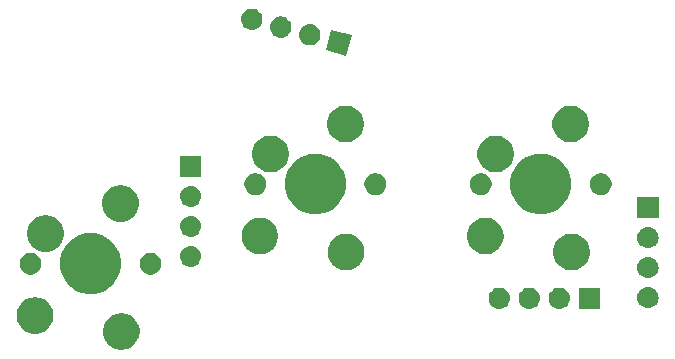
<source format=gbr>
G04 #@! TF.GenerationSoftware,KiCad,Pcbnew,(5.1.4)-1*
G04 #@! TF.CreationDate,2023-09-09T05:29:41-04:00*
G04 #@! TF.ProjectId,ThumbsUp,5468756d-6273-4557-902e-6b696361645f,rev?*
G04 #@! TF.SameCoordinates,Original*
G04 #@! TF.FileFunction,Soldermask,Top*
G04 #@! TF.FilePolarity,Negative*
%FSLAX46Y46*%
G04 Gerber Fmt 4.6, Leading zero omitted, Abs format (unit mm)*
G04 Created by KiCad (PCBNEW (5.1.4)-1) date 2023-09-09 05:29:41*
%MOMM*%
%LPD*%
G04 APERTURE LIST*
%ADD10C,0.100000*%
G04 APERTURE END LIST*
D10*
G36*
X-74447415Y-467338802D02*
G01*
X-74297590Y-467368604D01*
X-74015326Y-467485521D01*
X-73761295Y-467655259D01*
X-73545259Y-467871295D01*
X-73375521Y-468125326D01*
X-73326087Y-468244672D01*
X-73258604Y-468407591D01*
X-73199000Y-468707239D01*
X-73199000Y-469012761D01*
X-73228802Y-469162585D01*
X-73258604Y-469312410D01*
X-73375521Y-469594674D01*
X-73545259Y-469848705D01*
X-73761295Y-470064741D01*
X-74015326Y-470234479D01*
X-74297590Y-470351396D01*
X-74447415Y-470381198D01*
X-74597239Y-470411000D01*
X-74902761Y-470411000D01*
X-75052585Y-470381198D01*
X-75202410Y-470351396D01*
X-75484674Y-470234479D01*
X-75738705Y-470064741D01*
X-75954741Y-469848705D01*
X-76124479Y-469594674D01*
X-76241396Y-469312410D01*
X-76271198Y-469162585D01*
X-76301000Y-469012761D01*
X-76301000Y-468707239D01*
X-76241396Y-468407591D01*
X-76173913Y-468244672D01*
X-76124479Y-468125326D01*
X-75954741Y-467871295D01*
X-75738705Y-467655259D01*
X-75484674Y-467485521D01*
X-75202410Y-467368604D01*
X-75052585Y-467338802D01*
X-74902761Y-467309000D01*
X-74597239Y-467309000D01*
X-74447415Y-467338802D01*
X-74447415Y-467338802D01*
G37*
G36*
X-81773703Y-465983573D02*
G01*
X-81597590Y-466018604D01*
X-81315326Y-466135521D01*
X-81061295Y-466305259D01*
X-80845259Y-466521295D01*
X-80675521Y-466775326D01*
X-80558604Y-467057590D01*
X-80558604Y-467057591D01*
X-80508595Y-467309000D01*
X-80499000Y-467357240D01*
X-80499000Y-467662760D01*
X-80558604Y-467962410D01*
X-80675521Y-468244674D01*
X-80845259Y-468498705D01*
X-81061295Y-468714741D01*
X-81315326Y-468884479D01*
X-81597590Y-469001396D01*
X-81654721Y-469012760D01*
X-81897239Y-469061000D01*
X-82202761Y-469061000D01*
X-82445279Y-469012760D01*
X-82502410Y-469001396D01*
X-82784674Y-468884479D01*
X-83038705Y-468714741D01*
X-83254741Y-468498705D01*
X-83424479Y-468244674D01*
X-83541396Y-467962410D01*
X-83601000Y-467662760D01*
X-83601000Y-467357240D01*
X-83591404Y-467309000D01*
X-83541396Y-467057591D01*
X-83541396Y-467057590D01*
X-83424479Y-466775326D01*
X-83254741Y-466521295D01*
X-83038705Y-466305259D01*
X-82784674Y-466135521D01*
X-82502410Y-466018604D01*
X-82326297Y-465983573D01*
X-82202761Y-465959000D01*
X-81897239Y-465959000D01*
X-81773703Y-465983573D01*
X-81773703Y-465983573D01*
G37*
G36*
X-37553426Y-465156563D02*
G01*
X-37487241Y-465163082D01*
X-37317402Y-465214602D01*
X-37160877Y-465298267D01*
X-37125139Y-465327597D01*
X-37023682Y-465410859D01*
X-36940420Y-465512316D01*
X-36911090Y-465548054D01*
X-36827425Y-465704579D01*
X-36775905Y-465874418D01*
X-36758509Y-466051045D01*
X-36775905Y-466227672D01*
X-36827425Y-466397511D01*
X-36911090Y-466554036D01*
X-36940420Y-466589774D01*
X-37023682Y-466691231D01*
X-37125139Y-466774493D01*
X-37160877Y-466803823D01*
X-37317402Y-466887488D01*
X-37487241Y-466939008D01*
X-37553426Y-466945527D01*
X-37619608Y-466952045D01*
X-37708128Y-466952045D01*
X-37774310Y-466945527D01*
X-37840495Y-466939008D01*
X-38010334Y-466887488D01*
X-38166859Y-466803823D01*
X-38202597Y-466774493D01*
X-38304054Y-466691231D01*
X-38387316Y-466589774D01*
X-38416646Y-466554036D01*
X-38500311Y-466397511D01*
X-38551831Y-466227672D01*
X-38569227Y-466051045D01*
X-38551831Y-465874418D01*
X-38500311Y-465704579D01*
X-38416646Y-465548054D01*
X-38387316Y-465512316D01*
X-38304054Y-465410859D01*
X-38202597Y-465327597D01*
X-38166859Y-465298267D01*
X-38010334Y-465214602D01*
X-37840495Y-465163082D01*
X-37774310Y-465156563D01*
X-37708128Y-465150045D01*
X-37619608Y-465150045D01*
X-37553426Y-465156563D01*
X-37553426Y-465156563D01*
G37*
G36*
X-40093426Y-465156563D02*
G01*
X-40027241Y-465163082D01*
X-39857402Y-465214602D01*
X-39700877Y-465298267D01*
X-39665139Y-465327597D01*
X-39563682Y-465410859D01*
X-39480420Y-465512316D01*
X-39451090Y-465548054D01*
X-39367425Y-465704579D01*
X-39315905Y-465874418D01*
X-39298509Y-466051045D01*
X-39315905Y-466227672D01*
X-39367425Y-466397511D01*
X-39451090Y-466554036D01*
X-39480420Y-466589774D01*
X-39563682Y-466691231D01*
X-39665139Y-466774493D01*
X-39700877Y-466803823D01*
X-39857402Y-466887488D01*
X-40027241Y-466939008D01*
X-40093426Y-466945527D01*
X-40159608Y-466952045D01*
X-40248128Y-466952045D01*
X-40314310Y-466945527D01*
X-40380495Y-466939008D01*
X-40550334Y-466887488D01*
X-40706859Y-466803823D01*
X-40742597Y-466774493D01*
X-40844054Y-466691231D01*
X-40927316Y-466589774D01*
X-40956646Y-466554036D01*
X-41040311Y-466397511D01*
X-41091831Y-466227672D01*
X-41109227Y-466051045D01*
X-41091831Y-465874418D01*
X-41040311Y-465704579D01*
X-40956646Y-465548054D01*
X-40927316Y-465512316D01*
X-40844054Y-465410859D01*
X-40742597Y-465327597D01*
X-40706859Y-465298267D01*
X-40550334Y-465214602D01*
X-40380495Y-465163082D01*
X-40314310Y-465156563D01*
X-40248128Y-465150045D01*
X-40159608Y-465150045D01*
X-40093426Y-465156563D01*
X-40093426Y-465156563D01*
G37*
G36*
X-42633426Y-465156563D02*
G01*
X-42567241Y-465163082D01*
X-42397402Y-465214602D01*
X-42240877Y-465298267D01*
X-42205139Y-465327597D01*
X-42103682Y-465410859D01*
X-42020420Y-465512316D01*
X-41991090Y-465548054D01*
X-41907425Y-465704579D01*
X-41855905Y-465874418D01*
X-41838509Y-466051045D01*
X-41855905Y-466227672D01*
X-41907425Y-466397511D01*
X-41991090Y-466554036D01*
X-42020420Y-466589774D01*
X-42103682Y-466691231D01*
X-42205139Y-466774493D01*
X-42240877Y-466803823D01*
X-42397402Y-466887488D01*
X-42567241Y-466939008D01*
X-42633426Y-466945527D01*
X-42699608Y-466952045D01*
X-42788128Y-466952045D01*
X-42854310Y-466945527D01*
X-42920495Y-466939008D01*
X-43090334Y-466887488D01*
X-43246859Y-466803823D01*
X-43282597Y-466774493D01*
X-43384054Y-466691231D01*
X-43467316Y-466589774D01*
X-43496646Y-466554036D01*
X-43580311Y-466397511D01*
X-43631831Y-466227672D01*
X-43649227Y-466051045D01*
X-43631831Y-465874418D01*
X-43580311Y-465704579D01*
X-43496646Y-465548054D01*
X-43467316Y-465512316D01*
X-43384054Y-465410859D01*
X-43282597Y-465327597D01*
X-43246859Y-465298267D01*
X-43090334Y-465214602D01*
X-42920495Y-465163082D01*
X-42854310Y-465156563D01*
X-42788128Y-465150045D01*
X-42699608Y-465150045D01*
X-42633426Y-465156563D01*
X-42633426Y-465156563D01*
G37*
G36*
X-34222868Y-466952045D02*
G01*
X-36024868Y-466952045D01*
X-36024868Y-465150045D01*
X-34222868Y-465150045D01*
X-34222868Y-466952045D01*
X-34222868Y-466952045D01*
G37*
G36*
X-30042571Y-465089091D02*
G01*
X-29976386Y-465095610D01*
X-29806547Y-465147130D01*
X-29650022Y-465230795D01*
X-29614284Y-465260125D01*
X-29512827Y-465343387D01*
X-29429565Y-465444844D01*
X-29400235Y-465480582D01*
X-29316570Y-465637107D01*
X-29265050Y-465806946D01*
X-29247654Y-465983573D01*
X-29265050Y-466160200D01*
X-29316570Y-466330039D01*
X-29400235Y-466486564D01*
X-29428738Y-466521295D01*
X-29512827Y-466623759D01*
X-29614284Y-466707021D01*
X-29650022Y-466736351D01*
X-29806547Y-466820016D01*
X-29976386Y-466871536D01*
X-30042570Y-466878054D01*
X-30108753Y-466884573D01*
X-30197273Y-466884573D01*
X-30263456Y-466878054D01*
X-30329640Y-466871536D01*
X-30499479Y-466820016D01*
X-30656004Y-466736351D01*
X-30691742Y-466707021D01*
X-30793199Y-466623759D01*
X-30877288Y-466521295D01*
X-30905791Y-466486564D01*
X-30989456Y-466330039D01*
X-31040976Y-466160200D01*
X-31058372Y-465983573D01*
X-31040976Y-465806946D01*
X-30989456Y-465637107D01*
X-30905791Y-465480582D01*
X-30876461Y-465444844D01*
X-30793199Y-465343387D01*
X-30691742Y-465260125D01*
X-30656004Y-465230795D01*
X-30499479Y-465147130D01*
X-30329640Y-465095610D01*
X-30263455Y-465089091D01*
X-30197273Y-465082573D01*
X-30108753Y-465082573D01*
X-30042571Y-465089091D01*
X-30042571Y-465089091D01*
G37*
G36*
X-76980129Y-460557105D02*
G01*
X-76598609Y-460632994D01*
X-76408162Y-460711880D01*
X-76129808Y-460827178D01*
X-75707896Y-461109090D01*
X-75349090Y-461467896D01*
X-75067178Y-461889808D01*
X-75023146Y-461996111D01*
X-74887960Y-462322477D01*
X-74872994Y-462358610D01*
X-74776131Y-462845570D01*
X-74774000Y-462856286D01*
X-74774000Y-463363714D01*
X-74872994Y-463861391D01*
X-74930580Y-464000415D01*
X-75067178Y-464330192D01*
X-75349090Y-464752104D01*
X-75707896Y-465110910D01*
X-76129808Y-465392822D01*
X-76404425Y-465506572D01*
X-76598609Y-465587006D01*
X-77096285Y-465686000D01*
X-77603715Y-465686000D01*
X-78101391Y-465587006D01*
X-78295575Y-465506572D01*
X-78570192Y-465392822D01*
X-78992104Y-465110910D01*
X-79350910Y-464752104D01*
X-79632822Y-464330192D01*
X-79769420Y-464000415D01*
X-79827006Y-463861391D01*
X-79926000Y-463363714D01*
X-79926000Y-462856286D01*
X-79923868Y-462845570D01*
X-79827006Y-462358610D01*
X-79812039Y-462322477D01*
X-79676854Y-461996111D01*
X-79632822Y-461889808D01*
X-79350910Y-461467896D01*
X-78992104Y-461109090D01*
X-78570192Y-460827178D01*
X-78291838Y-460711880D01*
X-78101391Y-460632994D01*
X-77719871Y-460557105D01*
X-77603715Y-460534000D01*
X-77096285Y-460534000D01*
X-76980129Y-460557105D01*
X-76980129Y-460557105D01*
G37*
G36*
X-30042571Y-462549091D02*
G01*
X-29976386Y-462555610D01*
X-29806547Y-462607130D01*
X-29650022Y-462690795D01*
X-29614284Y-462720125D01*
X-29512827Y-462803387D01*
X-29429565Y-462904844D01*
X-29400235Y-462940582D01*
X-29316570Y-463097107D01*
X-29265050Y-463266946D01*
X-29247654Y-463443573D01*
X-29265050Y-463620200D01*
X-29316570Y-463790039D01*
X-29400235Y-463946564D01*
X-29429565Y-463982302D01*
X-29512827Y-464083759D01*
X-29614284Y-464167021D01*
X-29650022Y-464196351D01*
X-29806547Y-464280016D01*
X-29976386Y-464331536D01*
X-30042570Y-464338054D01*
X-30108753Y-464344573D01*
X-30197273Y-464344573D01*
X-30263456Y-464338054D01*
X-30329640Y-464331536D01*
X-30499479Y-464280016D01*
X-30656004Y-464196351D01*
X-30691742Y-464167021D01*
X-30793199Y-464083759D01*
X-30876461Y-463982302D01*
X-30905791Y-463946564D01*
X-30989456Y-463790039D01*
X-31040976Y-463620200D01*
X-31058372Y-463443573D01*
X-31040976Y-463266946D01*
X-30989456Y-463097107D01*
X-30905791Y-462940582D01*
X-30876461Y-462904844D01*
X-30793199Y-462803387D01*
X-30691742Y-462720125D01*
X-30656004Y-462690795D01*
X-30499479Y-462607130D01*
X-30329640Y-462555610D01*
X-30263455Y-462549091D01*
X-30197273Y-462542573D01*
X-30108753Y-462542573D01*
X-30042571Y-462549091D01*
X-30042571Y-462549091D01*
G37*
G36*
X-82159896Y-462219585D02*
G01*
X-81991374Y-462289389D01*
X-81839709Y-462390728D01*
X-81710728Y-462519709D01*
X-81609389Y-462671374D01*
X-81539585Y-462839896D01*
X-81504000Y-463018797D01*
X-81504000Y-463201203D01*
X-81539585Y-463380104D01*
X-81609389Y-463548626D01*
X-81710728Y-463700291D01*
X-81839709Y-463829272D01*
X-81991374Y-463930611D01*
X-82159896Y-464000415D01*
X-82338797Y-464036000D01*
X-82521203Y-464036000D01*
X-82700104Y-464000415D01*
X-82868626Y-463930611D01*
X-83020291Y-463829272D01*
X-83149272Y-463700291D01*
X-83250611Y-463548626D01*
X-83320415Y-463380104D01*
X-83356000Y-463201203D01*
X-83356000Y-463018797D01*
X-83320415Y-462839896D01*
X-83250611Y-462671374D01*
X-83149272Y-462519709D01*
X-83020291Y-462390728D01*
X-82868626Y-462289389D01*
X-82700104Y-462219585D01*
X-82521203Y-462184000D01*
X-82338797Y-462184000D01*
X-82159896Y-462219585D01*
X-82159896Y-462219585D01*
G37*
G36*
X-71999896Y-462219585D02*
G01*
X-71831374Y-462289389D01*
X-71679709Y-462390728D01*
X-71550728Y-462519709D01*
X-71449389Y-462671374D01*
X-71379585Y-462839896D01*
X-71344000Y-463018797D01*
X-71344000Y-463201203D01*
X-71379585Y-463380104D01*
X-71449389Y-463548626D01*
X-71550728Y-463700291D01*
X-71679709Y-463829272D01*
X-71831374Y-463930611D01*
X-71999896Y-464000415D01*
X-72178797Y-464036000D01*
X-72361203Y-464036000D01*
X-72540104Y-464000415D01*
X-72708626Y-463930611D01*
X-72860291Y-463829272D01*
X-72989272Y-463700291D01*
X-73090611Y-463548626D01*
X-73160415Y-463380104D01*
X-73196000Y-463201203D01*
X-73196000Y-463018797D01*
X-73160415Y-462839896D01*
X-73090611Y-462671374D01*
X-72989272Y-462519709D01*
X-72860291Y-462390728D01*
X-72708626Y-462289389D01*
X-72540104Y-462219585D01*
X-72361203Y-462184000D01*
X-72178797Y-462184000D01*
X-71999896Y-462219585D01*
X-71999896Y-462219585D01*
G37*
G36*
X-36335074Y-460599287D02*
G01*
X-36178045Y-460630522D01*
X-35895781Y-460747439D01*
X-35641750Y-460917177D01*
X-35425714Y-461133213D01*
X-35255976Y-461387244D01*
X-35141896Y-461662659D01*
X-35139059Y-461669509D01*
X-35079455Y-461969157D01*
X-35079455Y-462274679D01*
X-35096150Y-462358609D01*
X-35139059Y-462574328D01*
X-35255976Y-462856592D01*
X-35425714Y-463110623D01*
X-35641750Y-463326659D01*
X-35895781Y-463496397D01*
X-36178045Y-463613314D01*
X-36327870Y-463643116D01*
X-36477694Y-463672918D01*
X-36783216Y-463672918D01*
X-36933040Y-463643116D01*
X-37082865Y-463613314D01*
X-37365129Y-463496397D01*
X-37619160Y-463326659D01*
X-37835196Y-463110623D01*
X-38004934Y-462856592D01*
X-38121851Y-462574328D01*
X-38164760Y-462358609D01*
X-38181455Y-462274679D01*
X-38181455Y-461969157D01*
X-38121851Y-461669509D01*
X-38119014Y-461662659D01*
X-38004934Y-461387244D01*
X-37835196Y-461133213D01*
X-37619160Y-460917177D01*
X-37365129Y-460747439D01*
X-37082865Y-460630522D01*
X-36925836Y-460599287D01*
X-36783216Y-460570918D01*
X-36477694Y-460570918D01*
X-36335074Y-460599287D01*
X-36335074Y-460599287D01*
G37*
G36*
X-55414619Y-460599287D02*
G01*
X-55257590Y-460630522D01*
X-54975326Y-460747439D01*
X-54721295Y-460917177D01*
X-54505259Y-461133213D01*
X-54335521Y-461387244D01*
X-54221441Y-461662659D01*
X-54218604Y-461669509D01*
X-54159000Y-461969157D01*
X-54159000Y-462274679D01*
X-54175695Y-462358609D01*
X-54218604Y-462574328D01*
X-54335521Y-462856592D01*
X-54505259Y-463110623D01*
X-54721295Y-463326659D01*
X-54975326Y-463496397D01*
X-55257590Y-463613314D01*
X-55407415Y-463643116D01*
X-55557239Y-463672918D01*
X-55862761Y-463672918D01*
X-56012585Y-463643116D01*
X-56162410Y-463613314D01*
X-56444674Y-463496397D01*
X-56698705Y-463326659D01*
X-56914741Y-463110623D01*
X-57084479Y-462856592D01*
X-57201396Y-462574328D01*
X-57244305Y-462358609D01*
X-57261000Y-462274679D01*
X-57261000Y-461969157D01*
X-57201396Y-461669509D01*
X-57198559Y-461662659D01*
X-57084479Y-461387244D01*
X-56914741Y-461133213D01*
X-56698705Y-460917177D01*
X-56444674Y-460747439D01*
X-56162410Y-460630522D01*
X-56005381Y-460599287D01*
X-55862761Y-460570918D01*
X-55557239Y-460570918D01*
X-55414619Y-460599287D01*
X-55414619Y-460599287D01*
G37*
G36*
X-68765069Y-461604620D02*
G01*
X-68698884Y-461611139D01*
X-68529045Y-461662659D01*
X-68529043Y-461662660D01*
X-68516230Y-461669509D01*
X-68372520Y-461746324D01*
X-68355098Y-461760622D01*
X-68235325Y-461858916D01*
X-68152063Y-461960373D01*
X-68122733Y-461996111D01*
X-68039068Y-462152636D01*
X-67987548Y-462322475D01*
X-67970152Y-462499102D01*
X-67987548Y-462675729D01*
X-68039068Y-462845568D01*
X-68122733Y-463002093D01*
X-68136442Y-463018797D01*
X-68235325Y-463139288D01*
X-68310770Y-463201203D01*
X-68372520Y-463251880D01*
X-68372522Y-463251881D01*
X-68512420Y-463326659D01*
X-68529045Y-463335545D01*
X-68698884Y-463387065D01*
X-68765068Y-463393583D01*
X-68831251Y-463400102D01*
X-68919771Y-463400102D01*
X-68985954Y-463393583D01*
X-69052138Y-463387065D01*
X-69221977Y-463335545D01*
X-69238601Y-463326659D01*
X-69378500Y-463251881D01*
X-69378502Y-463251880D01*
X-69440252Y-463201203D01*
X-69515697Y-463139288D01*
X-69614580Y-463018797D01*
X-69628289Y-463002093D01*
X-69711954Y-462845568D01*
X-69763474Y-462675729D01*
X-69780870Y-462499102D01*
X-69763474Y-462322475D01*
X-69711954Y-462152636D01*
X-69628289Y-461996111D01*
X-69598959Y-461960373D01*
X-69515697Y-461858916D01*
X-69395924Y-461760622D01*
X-69378502Y-461746324D01*
X-69234792Y-461669509D01*
X-69221979Y-461662660D01*
X-69221977Y-461662659D01*
X-69052138Y-461611139D01*
X-68985953Y-461604620D01*
X-68919771Y-461598102D01*
X-68831251Y-461598102D01*
X-68765069Y-461604620D01*
X-68765069Y-461604620D01*
G37*
G36*
X-62707415Y-459250720D02*
G01*
X-62557590Y-459280522D01*
X-62275326Y-459397439D01*
X-62021295Y-459567177D01*
X-61805259Y-459783213D01*
X-61635521Y-460037244D01*
X-61518604Y-460319508D01*
X-61518604Y-460319509D01*
X-61462952Y-460599287D01*
X-61459000Y-460619158D01*
X-61459000Y-460924678D01*
X-61518604Y-461224328D01*
X-61635521Y-461506592D01*
X-61805259Y-461760623D01*
X-62021295Y-461976659D01*
X-62275326Y-462146397D01*
X-62557590Y-462263314D01*
X-62614721Y-462274678D01*
X-62857239Y-462322918D01*
X-63162761Y-462322918D01*
X-63405279Y-462274678D01*
X-63462410Y-462263314D01*
X-63744674Y-462146397D01*
X-63998705Y-461976659D01*
X-64214741Y-461760623D01*
X-64384479Y-461506592D01*
X-64501396Y-461224328D01*
X-64561000Y-460924678D01*
X-64561000Y-460619158D01*
X-64557047Y-460599287D01*
X-64501396Y-460319509D01*
X-64501396Y-460319508D01*
X-64384479Y-460037244D01*
X-64214741Y-459783213D01*
X-63998705Y-459567177D01*
X-63744674Y-459397439D01*
X-63462410Y-459280522D01*
X-63312585Y-459250720D01*
X-63162761Y-459220918D01*
X-62857239Y-459220918D01*
X-62707415Y-459250720D01*
X-62707415Y-459250720D01*
G37*
G36*
X-43627870Y-459250720D02*
G01*
X-43478045Y-459280522D01*
X-43195781Y-459397439D01*
X-42941750Y-459567177D01*
X-42725714Y-459783213D01*
X-42555976Y-460037244D01*
X-42439059Y-460319508D01*
X-42439059Y-460319509D01*
X-42383407Y-460599287D01*
X-42379455Y-460619158D01*
X-42379455Y-460924678D01*
X-42439059Y-461224328D01*
X-42555976Y-461506592D01*
X-42725714Y-461760623D01*
X-42941750Y-461976659D01*
X-43195781Y-462146397D01*
X-43478045Y-462263314D01*
X-43535176Y-462274678D01*
X-43777694Y-462322918D01*
X-44083216Y-462322918D01*
X-44325734Y-462274678D01*
X-44382865Y-462263314D01*
X-44665129Y-462146397D01*
X-44919160Y-461976659D01*
X-45135196Y-461760623D01*
X-45304934Y-461506592D01*
X-45421851Y-461224328D01*
X-45481455Y-460924678D01*
X-45481455Y-460619158D01*
X-45477502Y-460599287D01*
X-45421851Y-460319509D01*
X-45421851Y-460319508D01*
X-45304934Y-460037244D01*
X-45135196Y-459783213D01*
X-44919160Y-459567177D01*
X-44665129Y-459397439D01*
X-44382865Y-459280522D01*
X-44233040Y-459250720D01*
X-44083216Y-459220918D01*
X-43777694Y-459220918D01*
X-43627870Y-459250720D01*
X-43627870Y-459250720D01*
G37*
G36*
X-80857415Y-459048802D02*
G01*
X-80707590Y-459078604D01*
X-80425326Y-459195521D01*
X-80171295Y-459365259D01*
X-79955259Y-459581295D01*
X-79785521Y-459835326D01*
X-79668604Y-460117590D01*
X-79664996Y-460135729D01*
X-79609000Y-460417239D01*
X-79609000Y-460722761D01*
X-79609833Y-460726948D01*
X-79668604Y-461022410D01*
X-79785521Y-461304674D01*
X-79955259Y-461558705D01*
X-80171295Y-461774741D01*
X-80425326Y-461944479D01*
X-80707590Y-462061396D01*
X-80857415Y-462091198D01*
X-81007239Y-462121000D01*
X-81312761Y-462121000D01*
X-81462585Y-462091198D01*
X-81612410Y-462061396D01*
X-81894674Y-461944479D01*
X-82148705Y-461774741D01*
X-82364741Y-461558705D01*
X-82534479Y-461304674D01*
X-82651396Y-461022410D01*
X-82710167Y-460726948D01*
X-82711000Y-460722761D01*
X-82711000Y-460417239D01*
X-82655004Y-460135729D01*
X-82651396Y-460117590D01*
X-82534479Y-459835326D01*
X-82364741Y-459581295D01*
X-82148705Y-459365259D01*
X-81894674Y-459195521D01*
X-81612410Y-459078604D01*
X-81462585Y-459048802D01*
X-81312761Y-459019000D01*
X-81007239Y-459019000D01*
X-80857415Y-459048802D01*
X-80857415Y-459048802D01*
G37*
G36*
X-30042570Y-460009092D02*
G01*
X-29976386Y-460015610D01*
X-29806547Y-460067130D01*
X-29650022Y-460150795D01*
X-29614284Y-460180125D01*
X-29512827Y-460263387D01*
X-29466770Y-460319509D01*
X-29400235Y-460400582D01*
X-29316570Y-460557107D01*
X-29265050Y-460726946D01*
X-29247654Y-460903573D01*
X-29265050Y-461080200D01*
X-29316570Y-461250039D01*
X-29400235Y-461406564D01*
X-29429565Y-461442302D01*
X-29512827Y-461543759D01*
X-29594931Y-461611139D01*
X-29650022Y-461656351D01*
X-29806547Y-461740016D01*
X-29976386Y-461791536D01*
X-30042570Y-461798054D01*
X-30108753Y-461804573D01*
X-30197273Y-461804573D01*
X-30263456Y-461798054D01*
X-30329640Y-461791536D01*
X-30499479Y-461740016D01*
X-30656004Y-461656351D01*
X-30711095Y-461611139D01*
X-30793199Y-461543759D01*
X-30876461Y-461442302D01*
X-30905791Y-461406564D01*
X-30989456Y-461250039D01*
X-31040976Y-461080200D01*
X-31058372Y-460903573D01*
X-31040976Y-460726946D01*
X-30989456Y-460557107D01*
X-30905791Y-460400582D01*
X-30839256Y-460319509D01*
X-30793199Y-460263387D01*
X-30691742Y-460180125D01*
X-30656004Y-460150795D01*
X-30499479Y-460067130D01*
X-30329640Y-460015610D01*
X-30263456Y-460009092D01*
X-30197273Y-460002573D01*
X-30108753Y-460002573D01*
X-30042570Y-460009092D01*
X-30042570Y-460009092D01*
G37*
G36*
X-68765068Y-459064621D02*
G01*
X-68698884Y-459071139D01*
X-68529045Y-459122659D01*
X-68372520Y-459206324D01*
X-68337895Y-459234740D01*
X-68235325Y-459318916D01*
X-68152063Y-459420373D01*
X-68122733Y-459456111D01*
X-68122732Y-459456113D01*
X-68063366Y-459567177D01*
X-68039068Y-459612636D01*
X-67987548Y-459782475D01*
X-67970152Y-459959102D01*
X-67987548Y-460135729D01*
X-68039068Y-460305568D01*
X-68122733Y-460462093D01*
X-68152063Y-460497831D01*
X-68235325Y-460599288D01*
X-68336782Y-460682550D01*
X-68372520Y-460711880D01*
X-68529045Y-460795545D01*
X-68698884Y-460847065D01*
X-68765069Y-460853584D01*
X-68831251Y-460860102D01*
X-68919771Y-460860102D01*
X-68985953Y-460853584D01*
X-69052138Y-460847065D01*
X-69221977Y-460795545D01*
X-69378502Y-460711880D01*
X-69414240Y-460682550D01*
X-69515697Y-460599288D01*
X-69598959Y-460497831D01*
X-69628289Y-460462093D01*
X-69711954Y-460305568D01*
X-69763474Y-460135729D01*
X-69780870Y-459959102D01*
X-69763474Y-459782475D01*
X-69711954Y-459612636D01*
X-69687655Y-459567177D01*
X-69628290Y-459456113D01*
X-69628289Y-459456111D01*
X-69598959Y-459420373D01*
X-69515697Y-459318916D01*
X-69413127Y-459234740D01*
X-69378502Y-459206324D01*
X-69221977Y-459122659D01*
X-69052138Y-459071139D01*
X-68985954Y-459064621D01*
X-68919771Y-459058102D01*
X-68831251Y-459058102D01*
X-68765068Y-459064621D01*
X-68765068Y-459064621D01*
G37*
G36*
X-74507415Y-456508802D02*
G01*
X-74357590Y-456538604D01*
X-74075326Y-456655521D01*
X-73821295Y-456825259D01*
X-73605259Y-457041295D01*
X-73435521Y-457295326D01*
X-73318604Y-457577590D01*
X-73314996Y-457595729D01*
X-73281212Y-457765570D01*
X-73259000Y-457877240D01*
X-73259000Y-458182760D01*
X-73318604Y-458482410D01*
X-73435521Y-458764674D01*
X-73605259Y-459018705D01*
X-73821295Y-459234741D01*
X-74075326Y-459404479D01*
X-74357590Y-459521396D01*
X-74507415Y-459551198D01*
X-74657239Y-459581000D01*
X-74962761Y-459581000D01*
X-75112585Y-459551198D01*
X-75262410Y-459521396D01*
X-75544674Y-459404479D01*
X-75798705Y-459234741D01*
X-76014741Y-459018705D01*
X-76184479Y-458764674D01*
X-76301396Y-458482410D01*
X-76361000Y-458182760D01*
X-76361000Y-457877240D01*
X-76338787Y-457765570D01*
X-76305004Y-457595729D01*
X-76301396Y-457577590D01*
X-76184479Y-457295326D01*
X-76014741Y-457041295D01*
X-75798705Y-456825259D01*
X-75544674Y-456655521D01*
X-75262410Y-456538604D01*
X-75112585Y-456508802D01*
X-74962761Y-456479000D01*
X-74657239Y-456479000D01*
X-74507415Y-456508802D01*
X-74507415Y-456508802D01*
G37*
G36*
X-29252013Y-459264573D02*
G01*
X-31054013Y-459264573D01*
X-31054013Y-457462573D01*
X-29252013Y-457462573D01*
X-29252013Y-459264573D01*
X-29252013Y-459264573D01*
G37*
G36*
X-57807448Y-453845415D02*
G01*
X-57558609Y-453894912D01*
X-57364425Y-453975346D01*
X-57089808Y-454089096D01*
X-56667896Y-454371008D01*
X-56309090Y-454729814D01*
X-56027178Y-455151726D01*
X-56004533Y-455206397D01*
X-55832994Y-455620527D01*
X-55734000Y-456118204D01*
X-55734000Y-456625632D01*
X-55832994Y-457123309D01*
X-55890580Y-457262333D01*
X-56027178Y-457592110D01*
X-56309090Y-458014022D01*
X-56667896Y-458372828D01*
X-57089808Y-458654740D01*
X-57355208Y-458764672D01*
X-57558609Y-458848924D01*
X-58056285Y-458947918D01*
X-58563715Y-458947918D01*
X-59061391Y-458848924D01*
X-59264792Y-458764672D01*
X-59530192Y-458654740D01*
X-59952104Y-458372828D01*
X-60310910Y-458014022D01*
X-60592822Y-457592110D01*
X-60729420Y-457262333D01*
X-60787006Y-457123309D01*
X-60886000Y-456625632D01*
X-60886000Y-456118204D01*
X-60787006Y-455620527D01*
X-60615467Y-455206397D01*
X-60592822Y-455151726D01*
X-60310910Y-454729814D01*
X-59952104Y-454371008D01*
X-59530192Y-454089096D01*
X-59255575Y-453975346D01*
X-59061391Y-453894912D01*
X-58812552Y-453845415D01*
X-58563715Y-453795918D01*
X-58056285Y-453795918D01*
X-57807448Y-453845415D01*
X-57807448Y-453845415D01*
G37*
G36*
X-38727903Y-453845415D02*
G01*
X-38479064Y-453894912D01*
X-38284880Y-453975346D01*
X-38010263Y-454089096D01*
X-37588351Y-454371008D01*
X-37229545Y-454729814D01*
X-36947633Y-455151726D01*
X-36924988Y-455206397D01*
X-36753449Y-455620527D01*
X-36654455Y-456118204D01*
X-36654455Y-456625632D01*
X-36753449Y-457123309D01*
X-36811035Y-457262333D01*
X-36947633Y-457592110D01*
X-37229545Y-458014022D01*
X-37588351Y-458372828D01*
X-38010263Y-458654740D01*
X-38275663Y-458764672D01*
X-38479064Y-458848924D01*
X-38976740Y-458947918D01*
X-39484170Y-458947918D01*
X-39981846Y-458848924D01*
X-40185247Y-458764672D01*
X-40450647Y-458654740D01*
X-40872559Y-458372828D01*
X-41231365Y-458014022D01*
X-41513277Y-457592110D01*
X-41649875Y-457262333D01*
X-41707461Y-457123309D01*
X-41806455Y-456625632D01*
X-41806455Y-456118204D01*
X-41707461Y-455620527D01*
X-41535922Y-455206397D01*
X-41513277Y-455151726D01*
X-41231365Y-454729814D01*
X-40872559Y-454371008D01*
X-40450647Y-454089096D01*
X-40176030Y-453975346D01*
X-39981846Y-453894912D01*
X-39733007Y-453845415D01*
X-39484170Y-453795918D01*
X-38976740Y-453795918D01*
X-38727903Y-453845415D01*
X-38727903Y-453845415D01*
G37*
G36*
X-68765069Y-456524620D02*
G01*
X-68698884Y-456531139D01*
X-68529045Y-456582659D01*
X-68372520Y-456666324D01*
X-68336782Y-456695654D01*
X-68235325Y-456778916D01*
X-68152063Y-456880373D01*
X-68122733Y-456916111D01*
X-68039068Y-457072636D01*
X-67987548Y-457242475D01*
X-67970152Y-457419102D01*
X-67987548Y-457595729D01*
X-68039068Y-457765568D01*
X-68122733Y-457922093D01*
X-68152063Y-457957831D01*
X-68235325Y-458059288D01*
X-68336782Y-458142550D01*
X-68372520Y-458171880D01*
X-68529045Y-458255545D01*
X-68698884Y-458307065D01*
X-68765069Y-458313584D01*
X-68831251Y-458320102D01*
X-68919771Y-458320102D01*
X-68985953Y-458313584D01*
X-69052138Y-458307065D01*
X-69221977Y-458255545D01*
X-69378502Y-458171880D01*
X-69414240Y-458142550D01*
X-69515697Y-458059288D01*
X-69598959Y-457957831D01*
X-69628289Y-457922093D01*
X-69711954Y-457765568D01*
X-69763474Y-457595729D01*
X-69780870Y-457419102D01*
X-69763474Y-457242475D01*
X-69711954Y-457072636D01*
X-69628289Y-456916111D01*
X-69598959Y-456880373D01*
X-69515697Y-456778916D01*
X-69414240Y-456695654D01*
X-69378502Y-456666324D01*
X-69221977Y-456582659D01*
X-69052138Y-456531139D01*
X-68985953Y-456524620D01*
X-68919771Y-456518102D01*
X-68831251Y-456518102D01*
X-68765069Y-456524620D01*
X-68765069Y-456524620D01*
G37*
G36*
X-63119896Y-455481503D02*
G01*
X-62951374Y-455551307D01*
X-62799709Y-455652646D01*
X-62670728Y-455781627D01*
X-62569389Y-455933292D01*
X-62499585Y-456101814D01*
X-62464000Y-456280715D01*
X-62464000Y-456463121D01*
X-62499585Y-456642022D01*
X-62569389Y-456810544D01*
X-62670728Y-456962209D01*
X-62799709Y-457091190D01*
X-62951374Y-457192529D01*
X-63119896Y-457262333D01*
X-63298797Y-457297918D01*
X-63481203Y-457297918D01*
X-63660104Y-457262333D01*
X-63828626Y-457192529D01*
X-63980291Y-457091190D01*
X-64109272Y-456962209D01*
X-64210611Y-456810544D01*
X-64280415Y-456642022D01*
X-64316000Y-456463121D01*
X-64316000Y-456280715D01*
X-64280415Y-456101814D01*
X-64210611Y-455933292D01*
X-64109272Y-455781627D01*
X-63980291Y-455652646D01*
X-63828626Y-455551307D01*
X-63660104Y-455481503D01*
X-63481203Y-455445918D01*
X-63298797Y-455445918D01*
X-63119896Y-455481503D01*
X-63119896Y-455481503D01*
G37*
G36*
X-52959896Y-455481503D02*
G01*
X-52791374Y-455551307D01*
X-52639709Y-455652646D01*
X-52510728Y-455781627D01*
X-52409389Y-455933292D01*
X-52339585Y-456101814D01*
X-52304000Y-456280715D01*
X-52304000Y-456463121D01*
X-52339585Y-456642022D01*
X-52409389Y-456810544D01*
X-52510728Y-456962209D01*
X-52639709Y-457091190D01*
X-52791374Y-457192529D01*
X-52959896Y-457262333D01*
X-53138797Y-457297918D01*
X-53321203Y-457297918D01*
X-53500104Y-457262333D01*
X-53668626Y-457192529D01*
X-53820291Y-457091190D01*
X-53949272Y-456962209D01*
X-54050611Y-456810544D01*
X-54120415Y-456642022D01*
X-54156000Y-456463121D01*
X-54156000Y-456280715D01*
X-54120415Y-456101814D01*
X-54050611Y-455933292D01*
X-53949272Y-455781627D01*
X-53820291Y-455652646D01*
X-53668626Y-455551307D01*
X-53500104Y-455481503D01*
X-53321203Y-455445918D01*
X-53138797Y-455445918D01*
X-52959896Y-455481503D01*
X-52959896Y-455481503D01*
G37*
G36*
X-44040351Y-455481503D02*
G01*
X-43871829Y-455551307D01*
X-43720164Y-455652646D01*
X-43591183Y-455781627D01*
X-43489844Y-455933292D01*
X-43420040Y-456101814D01*
X-43384455Y-456280715D01*
X-43384455Y-456463121D01*
X-43420040Y-456642022D01*
X-43489844Y-456810544D01*
X-43591183Y-456962209D01*
X-43720164Y-457091190D01*
X-43871829Y-457192529D01*
X-44040351Y-457262333D01*
X-44219252Y-457297918D01*
X-44401658Y-457297918D01*
X-44580559Y-457262333D01*
X-44749081Y-457192529D01*
X-44900746Y-457091190D01*
X-45029727Y-456962209D01*
X-45131066Y-456810544D01*
X-45200870Y-456642022D01*
X-45236455Y-456463121D01*
X-45236455Y-456280715D01*
X-45200870Y-456101814D01*
X-45131066Y-455933292D01*
X-45029727Y-455781627D01*
X-44900746Y-455652646D01*
X-44749081Y-455551307D01*
X-44580559Y-455481503D01*
X-44401658Y-455445918D01*
X-44219252Y-455445918D01*
X-44040351Y-455481503D01*
X-44040351Y-455481503D01*
G37*
G36*
X-33880351Y-455481503D02*
G01*
X-33711829Y-455551307D01*
X-33560164Y-455652646D01*
X-33431183Y-455781627D01*
X-33329844Y-455933292D01*
X-33260040Y-456101814D01*
X-33224455Y-456280715D01*
X-33224455Y-456463121D01*
X-33260040Y-456642022D01*
X-33329844Y-456810544D01*
X-33431183Y-456962209D01*
X-33560164Y-457091190D01*
X-33711829Y-457192529D01*
X-33880351Y-457262333D01*
X-34059252Y-457297918D01*
X-34241658Y-457297918D01*
X-34420559Y-457262333D01*
X-34589081Y-457192529D01*
X-34740746Y-457091190D01*
X-34869727Y-456962209D01*
X-34971066Y-456810544D01*
X-35040870Y-456642022D01*
X-35076455Y-456463121D01*
X-35076455Y-456280715D01*
X-35040870Y-456101814D01*
X-34971066Y-455933292D01*
X-34869727Y-455781627D01*
X-34740746Y-455652646D01*
X-34589081Y-455551307D01*
X-34420559Y-455481503D01*
X-34241658Y-455445918D01*
X-34059252Y-455445918D01*
X-33880351Y-455481503D01*
X-33880351Y-455481503D01*
G37*
G36*
X-67974511Y-455780102D02*
G01*
X-69776511Y-455780102D01*
X-69776511Y-453978102D01*
X-67974511Y-453978102D01*
X-67974511Y-455780102D01*
X-67974511Y-455780102D01*
G37*
G36*
X-42737870Y-452310720D02*
G01*
X-42588045Y-452340522D01*
X-42305781Y-452457439D01*
X-42051750Y-452627177D01*
X-41835714Y-452843213D01*
X-41665976Y-453097244D01*
X-41549059Y-453379508D01*
X-41489455Y-453679158D01*
X-41489455Y-453984678D01*
X-41549059Y-454284328D01*
X-41665976Y-454566592D01*
X-41835714Y-454820623D01*
X-42051750Y-455036659D01*
X-42305781Y-455206397D01*
X-42588045Y-455323314D01*
X-42737870Y-455353116D01*
X-42887694Y-455382918D01*
X-43193216Y-455382918D01*
X-43343040Y-455353116D01*
X-43492865Y-455323314D01*
X-43775129Y-455206397D01*
X-44029160Y-455036659D01*
X-44245196Y-454820623D01*
X-44414934Y-454566592D01*
X-44531851Y-454284328D01*
X-44591455Y-453984678D01*
X-44591455Y-453679158D01*
X-44531851Y-453379508D01*
X-44414934Y-453097244D01*
X-44245196Y-452843213D01*
X-44029160Y-452627177D01*
X-43775129Y-452457439D01*
X-43492865Y-452340522D01*
X-43343040Y-452310720D01*
X-43193216Y-452280918D01*
X-42887694Y-452280918D01*
X-42737870Y-452310720D01*
X-42737870Y-452310720D01*
G37*
G36*
X-61817415Y-452310720D02*
G01*
X-61667590Y-452340522D01*
X-61385326Y-452457439D01*
X-61131295Y-452627177D01*
X-60915259Y-452843213D01*
X-60745521Y-453097244D01*
X-60628604Y-453379508D01*
X-60569000Y-453679158D01*
X-60569000Y-453984678D01*
X-60628604Y-454284328D01*
X-60745521Y-454566592D01*
X-60915259Y-454820623D01*
X-61131295Y-455036659D01*
X-61385326Y-455206397D01*
X-61667590Y-455323314D01*
X-61817415Y-455353116D01*
X-61967239Y-455382918D01*
X-62272761Y-455382918D01*
X-62422585Y-455353116D01*
X-62572410Y-455323314D01*
X-62854674Y-455206397D01*
X-63108705Y-455036659D01*
X-63324741Y-454820623D01*
X-63494479Y-454566592D01*
X-63611396Y-454284328D01*
X-63671000Y-453984678D01*
X-63671000Y-453679158D01*
X-63611396Y-453379508D01*
X-63494479Y-453097244D01*
X-63324741Y-452843213D01*
X-63108705Y-452627177D01*
X-62854674Y-452457439D01*
X-62572410Y-452340522D01*
X-62422585Y-452310720D01*
X-62272761Y-452280918D01*
X-61967239Y-452280918D01*
X-61817415Y-452310720D01*
X-61817415Y-452310720D01*
G37*
G36*
X-55467415Y-449770720D02*
G01*
X-55317590Y-449800522D01*
X-55035326Y-449917439D01*
X-54781295Y-450087177D01*
X-54565259Y-450303213D01*
X-54395521Y-450557244D01*
X-54278604Y-450839508D01*
X-54219000Y-451139158D01*
X-54219000Y-451444678D01*
X-54278604Y-451744328D01*
X-54395521Y-452026592D01*
X-54565259Y-452280623D01*
X-54781295Y-452496659D01*
X-55035326Y-452666397D01*
X-55317590Y-452783314D01*
X-55467415Y-452813116D01*
X-55617239Y-452842918D01*
X-55922761Y-452842918D01*
X-56072585Y-452813116D01*
X-56222410Y-452783314D01*
X-56504674Y-452666397D01*
X-56758705Y-452496659D01*
X-56974741Y-452280623D01*
X-57144479Y-452026592D01*
X-57261396Y-451744328D01*
X-57321000Y-451444678D01*
X-57321000Y-451139158D01*
X-57261396Y-450839508D01*
X-57144479Y-450557244D01*
X-56974741Y-450303213D01*
X-56758705Y-450087177D01*
X-56504674Y-449917439D01*
X-56222410Y-449800522D01*
X-56072585Y-449770720D01*
X-55922761Y-449740918D01*
X-55617239Y-449740918D01*
X-55467415Y-449770720D01*
X-55467415Y-449770720D01*
G37*
G36*
X-36387870Y-449770720D02*
G01*
X-36238045Y-449800522D01*
X-35955781Y-449917439D01*
X-35701750Y-450087177D01*
X-35485714Y-450303213D01*
X-35315976Y-450557244D01*
X-35199059Y-450839508D01*
X-35139455Y-451139158D01*
X-35139455Y-451444678D01*
X-35199059Y-451744328D01*
X-35315976Y-452026592D01*
X-35485714Y-452280623D01*
X-35701750Y-452496659D01*
X-35955781Y-452666397D01*
X-36238045Y-452783314D01*
X-36387870Y-452813116D01*
X-36537694Y-452842918D01*
X-36843216Y-452842918D01*
X-36993040Y-452813116D01*
X-37142865Y-452783314D01*
X-37425129Y-452666397D01*
X-37679160Y-452496659D01*
X-37895196Y-452280623D01*
X-38064934Y-452026592D01*
X-38181851Y-451744328D01*
X-38241455Y-451444678D01*
X-38241455Y-451139158D01*
X-38181851Y-450839508D01*
X-38064934Y-450557244D01*
X-37895196Y-450303213D01*
X-37679160Y-450087177D01*
X-37425129Y-449917439D01*
X-37142865Y-449800522D01*
X-36993040Y-449770720D01*
X-36843216Y-449740918D01*
X-36537694Y-449740918D01*
X-36387870Y-449770720D01*
X-36387870Y-449770720D01*
G37*
G36*
X-55234898Y-443760029D02*
G01*
X-55701290Y-445500627D01*
X-57441888Y-445034235D01*
X-56975496Y-443293637D01*
X-55234898Y-443760029D01*
X-55234898Y-443760029D01*
G37*
G36*
X-58681402Y-442845251D02*
G01*
X-58615218Y-442851769D01*
X-58445379Y-442903289D01*
X-58288854Y-442986954D01*
X-58253116Y-443016284D01*
X-58151659Y-443099546D01*
X-58068397Y-443201003D01*
X-58039067Y-443236741D01*
X-57955402Y-443393266D01*
X-57903882Y-443563105D01*
X-57886486Y-443739732D01*
X-57903882Y-443916359D01*
X-57955402Y-444086198D01*
X-58039067Y-444242723D01*
X-58068397Y-444278461D01*
X-58151659Y-444379918D01*
X-58253116Y-444463180D01*
X-58288854Y-444492510D01*
X-58445379Y-444576175D01*
X-58615218Y-444627695D01*
X-58681403Y-444634214D01*
X-58747585Y-444640732D01*
X-58836105Y-444640732D01*
X-58902287Y-444634214D01*
X-58968472Y-444627695D01*
X-59138311Y-444576175D01*
X-59294836Y-444492510D01*
X-59330574Y-444463180D01*
X-59432031Y-444379918D01*
X-59515293Y-444278461D01*
X-59544623Y-444242723D01*
X-59628288Y-444086198D01*
X-59679808Y-443916359D01*
X-59697204Y-443739732D01*
X-59679808Y-443563105D01*
X-59628288Y-443393266D01*
X-59544623Y-443236741D01*
X-59515293Y-443201003D01*
X-59432031Y-443099546D01*
X-59330574Y-443016284D01*
X-59294836Y-442986954D01*
X-59138311Y-442903289D01*
X-58968472Y-442851769D01*
X-58902288Y-442845251D01*
X-58836105Y-442838732D01*
X-58747585Y-442838732D01*
X-58681402Y-442845251D01*
X-58681402Y-442845251D01*
G37*
G36*
X-61134854Y-442187849D02*
G01*
X-61068669Y-442194368D01*
X-60898830Y-442245888D01*
X-60742305Y-442329553D01*
X-60706567Y-442358883D01*
X-60605110Y-442442145D01*
X-60521848Y-442543602D01*
X-60492518Y-442579340D01*
X-60408853Y-442735865D01*
X-60357333Y-442905704D01*
X-60339937Y-443082331D01*
X-60357333Y-443258958D01*
X-60408853Y-443428797D01*
X-60492518Y-443585322D01*
X-60521848Y-443621060D01*
X-60605110Y-443722517D01*
X-60706567Y-443805779D01*
X-60742305Y-443835109D01*
X-60898830Y-443918774D01*
X-61068669Y-443970294D01*
X-61134853Y-443976812D01*
X-61201036Y-443983331D01*
X-61289556Y-443983331D01*
X-61355739Y-443976812D01*
X-61421923Y-443970294D01*
X-61591762Y-443918774D01*
X-61748287Y-443835109D01*
X-61784025Y-443805779D01*
X-61885482Y-443722517D01*
X-61968744Y-443621060D01*
X-61998074Y-443585322D01*
X-62081739Y-443428797D01*
X-62133259Y-443258958D01*
X-62150655Y-443082331D01*
X-62133259Y-442905704D01*
X-62081739Y-442735865D01*
X-61998074Y-442579340D01*
X-61968744Y-442543602D01*
X-61885482Y-442442145D01*
X-61784025Y-442358883D01*
X-61748287Y-442329553D01*
X-61591762Y-442245888D01*
X-61421923Y-442194368D01*
X-61355738Y-442187849D01*
X-61289556Y-442181331D01*
X-61201036Y-442181331D01*
X-61134854Y-442187849D01*
X-61134854Y-442187849D01*
G37*
G36*
X-63588306Y-441530449D02*
G01*
X-63522121Y-441536968D01*
X-63352282Y-441588488D01*
X-63195757Y-441672153D01*
X-63160019Y-441701483D01*
X-63058562Y-441784745D01*
X-62975300Y-441886202D01*
X-62945970Y-441921940D01*
X-62862305Y-442078465D01*
X-62810785Y-442248304D01*
X-62793389Y-442424931D01*
X-62810785Y-442601558D01*
X-62862305Y-442771397D01*
X-62945970Y-442927922D01*
X-62975300Y-442963660D01*
X-63058562Y-443065117D01*
X-63160019Y-443148379D01*
X-63195757Y-443177709D01*
X-63352282Y-443261374D01*
X-63522121Y-443312894D01*
X-63588306Y-443319413D01*
X-63654488Y-443325931D01*
X-63743008Y-443325931D01*
X-63809190Y-443319413D01*
X-63875375Y-443312894D01*
X-64045214Y-443261374D01*
X-64201739Y-443177709D01*
X-64237477Y-443148379D01*
X-64338934Y-443065117D01*
X-64422196Y-442963660D01*
X-64451526Y-442927922D01*
X-64535191Y-442771397D01*
X-64586711Y-442601558D01*
X-64604107Y-442424931D01*
X-64586711Y-442248304D01*
X-64535191Y-442078465D01*
X-64451526Y-441921940D01*
X-64422196Y-441886202D01*
X-64338934Y-441784745D01*
X-64237477Y-441701483D01*
X-64201739Y-441672153D01*
X-64045214Y-441588488D01*
X-63875375Y-441536968D01*
X-63809190Y-441530449D01*
X-63743008Y-441523931D01*
X-63654488Y-441523931D01*
X-63588306Y-441530449D01*
X-63588306Y-441530449D01*
G37*
M02*

</source>
